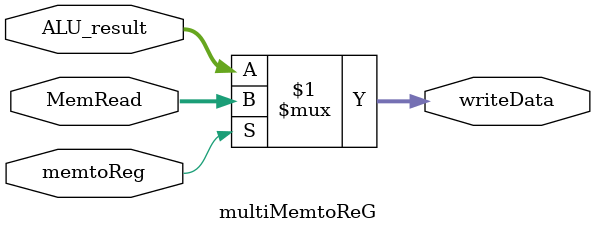
<source format=v>
module multiMemtoReG (ALU_result, MemRead, memtoReg, writeData);
    input [31:0] ALU_result, MemRead;
    input memtoReg;
    output [31:0] writeData;

    assign writeData = memtoReg ? MemRead : ALU_result;

endmodule
</source>
